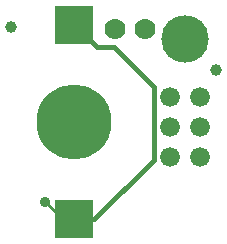
<source format=gbr>
G04 EAGLE Gerber RS-274X export*
G75*
%MOMM*%
%FSLAX34Y34*%
%LPD*%
%INTop Copper*%
%IPPOS*%
%AMOC8*
5,1,8,0,0,1.08239X$1,22.5*%
G01*
%ADD10C,6.350000*%
%ADD11R,3.200000X3.200000*%
%ADD12C,4.016000*%
%ADD13C,1.000000*%
%ADD14C,1.676400*%
%ADD15C,1.778000*%
%ADD16C,0.406400*%
%ADD17C,0.906400*%
%ADD18C,0.254000*%


D10*
X66802Y108204D03*
D11*
X66802Y25950D03*
X66802Y190458D03*
D12*
X160782Y178562D03*
D13*
X13716Y188468D03*
X186944Y152654D03*
D14*
X148082Y129794D03*
X173482Y129794D03*
X148082Y104394D03*
X173482Y104394D03*
X148082Y78994D03*
X173482Y78994D03*
D15*
X127000Y186690D03*
X101600Y186690D03*
D16*
X64262Y110744D02*
X66802Y108204D01*
D17*
X83820Y115570D03*
D18*
X74168Y115570D02*
X66802Y108204D01*
X74168Y115570D02*
X83820Y115570D01*
D16*
X83608Y25950D02*
X66802Y25950D01*
X83608Y25950D02*
X134112Y76454D01*
X66802Y190458D02*
X67712Y191368D01*
D17*
X42615Y40854D03*
D18*
X57519Y25950D01*
X66802Y25950D01*
D16*
X86360Y171450D02*
X100330Y171450D01*
X86360Y171450D02*
X67712Y190098D01*
X67712Y191368D01*
X134112Y137668D02*
X134112Y76454D01*
X134112Y137668D02*
X100330Y171450D01*
M02*

</source>
